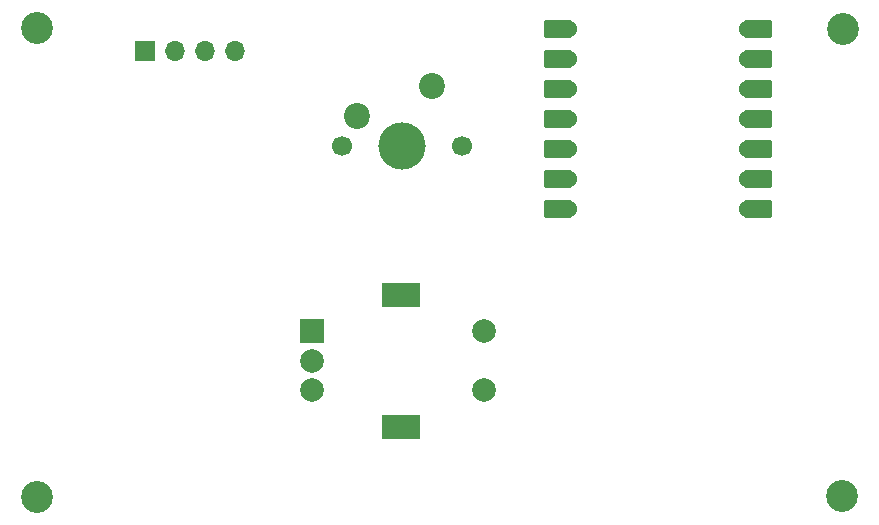
<source format=gbr>
%TF.GenerationSoftware,KiCad,Pcbnew,9.0.2*%
%TF.CreationDate,2025-07-02T04:02:23-04:00*%
%TF.ProjectId,PassPad_KiCAD,50617373-5061-4645-9f4b-694341442e6b,rev?*%
%TF.SameCoordinates,Original*%
%TF.FileFunction,Soldermask,Top*%
%TF.FilePolarity,Negative*%
%FSLAX46Y46*%
G04 Gerber Fmt 4.6, Leading zero omitted, Abs format (unit mm)*
G04 Created by KiCad (PCBNEW 9.0.2) date 2025-07-02 04:02:23*
%MOMM*%
%LPD*%
G01*
G04 APERTURE LIST*
G04 Aperture macros list*
%AMRoundRect*
0 Rectangle with rounded corners*
0 $1 Rounding radius*
0 $2 $3 $4 $5 $6 $7 $8 $9 X,Y pos of 4 corners*
0 Add a 4 corners polygon primitive as box body*
4,1,4,$2,$3,$4,$5,$6,$7,$8,$9,$2,$3,0*
0 Add four circle primitives for the rounded corners*
1,1,$1+$1,$2,$3*
1,1,$1+$1,$4,$5*
1,1,$1+$1,$6,$7*
1,1,$1+$1,$8,$9*
0 Add four rect primitives between the rounded corners*
20,1,$1+$1,$2,$3,$4,$5,0*
20,1,$1+$1,$4,$5,$6,$7,0*
20,1,$1+$1,$6,$7,$8,$9,0*
20,1,$1+$1,$8,$9,$2,$3,0*%
G04 Aperture macros list end*
%ADD10C,2.700000*%
%ADD11R,1.700000X1.700000*%
%ADD12O,1.700000X1.700000*%
%ADD13C,1.700000*%
%ADD14C,4.000000*%
%ADD15C,2.200000*%
%ADD16R,2.000000X2.000000*%
%ADD17C,2.000000*%
%ADD18R,3.200000X2.000000*%
%ADD19RoundRect,0.152400X1.063600X0.609600X-1.063600X0.609600X-1.063600X-0.609600X1.063600X-0.609600X0*%
%ADD20C,1.524000*%
%ADD21RoundRect,0.152400X-1.063600X-0.609600X1.063600X-0.609600X1.063600X0.609600X-1.063600X0.609600X0*%
G04 APERTURE END LIST*
D10*
%TO.C,H4*%
X166241551Y-71889468D03*
%TD*%
D11*
%TO.C,J1*%
X107156250Y-73818750D03*
D12*
X109696250Y-73818750D03*
X112236250Y-73818750D03*
X114776250Y-73818750D03*
%TD*%
D13*
%TO.C,SW2*%
X123823450Y-81821028D03*
D14*
X128903450Y-81821028D03*
D13*
X133983450Y-81821028D03*
D15*
X131443450Y-76741028D03*
X125093450Y-79281028D03*
%TD*%
D10*
%TO.C,H1*%
X98056834Y-71858552D03*
%TD*%
%TO.C,H3*%
X166186859Y-111475774D03*
%TD*%
%TO.C,H2*%
X98017649Y-111507208D03*
%TD*%
D16*
%TO.C,SW1*%
X121337500Y-97512500D03*
D17*
X121337500Y-102512500D03*
X121337500Y-100012500D03*
D18*
X128837500Y-94412500D03*
X128837500Y-105612500D03*
D17*
X135837500Y-102512500D03*
X135837500Y-97512500D03*
%TD*%
D19*
%TO.C,U1*%
X142134086Y-71894350D03*
D20*
X142969086Y-71894350D03*
D19*
X142134086Y-74434350D03*
D20*
X142969086Y-74434350D03*
D19*
X142134086Y-76974350D03*
D20*
X142969086Y-76974350D03*
D19*
X142134086Y-79514350D03*
D20*
X142969086Y-79514350D03*
D19*
X142134086Y-82054350D03*
D20*
X142969086Y-82054350D03*
D19*
X142134086Y-84594350D03*
D20*
X142969086Y-84594350D03*
D19*
X142134086Y-87134350D03*
D20*
X142969086Y-87134350D03*
X158209086Y-87134350D03*
D21*
X159044086Y-87134350D03*
D20*
X158209086Y-84594350D03*
D21*
X159044086Y-84594350D03*
D20*
X158209086Y-82054350D03*
D21*
X159044086Y-82054350D03*
D20*
X158209086Y-79514350D03*
D21*
X159044086Y-79514350D03*
D20*
X158209086Y-76974350D03*
D21*
X159044086Y-76974350D03*
D20*
X158209086Y-74434350D03*
D21*
X159044086Y-74434350D03*
D20*
X158209086Y-71894350D03*
D21*
X159044086Y-71894350D03*
%TD*%
M02*

</source>
